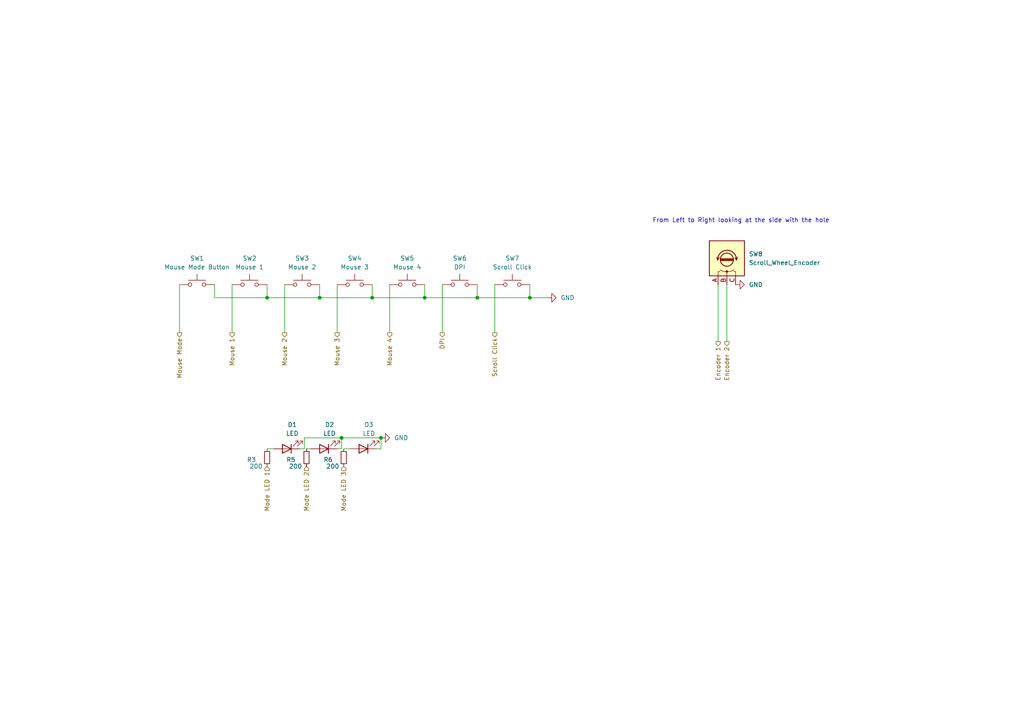
<source format=kicad_sch>
(kicad_sch (version 20211123) (generator eeschema)
  (paper "A4")
  (lib_symbols
    (symbol "Device:LED" (pin_numbers hide) (pin_names (offset 1.016) hide)
      (property "Reference" "D" (at 0 2.54 0))
      (property "Value" "LED" (at 0 -2.54 0))
      (symbol "LED_0_1"
        (polyline (pts (xy -1.27 -1.27) (xy -1.27 1.27)) (stroke (width 0.254)))
        (polyline (pts (xy -1.27 0) (xy 1.27 0)))
        (polyline (pts (xy 1.27 -1.27) (xy 1.27 1.27) (xy -1.27 0) (xy 1.27 -1.27)) (stroke (width 0.254)))
        (polyline (pts (xy -3.048 -0.762) (xy -4.572 -2.286) (xy -3.81 -2.286) (xy -4.572 -2.286) (xy -4.572 -1.524)))
        (polyline (pts (xy -1.778 -0.762) (xy -3.302 -2.286) (xy -2.54 -2.286) (xy -3.302 -2.286) (xy -3.302 -1.524)))
      )
      (symbol "LED_1_1"
        (pin passive line (at -3.81 0 0) (length 2.54) (name "K") (number "1"))
        (pin passive line (at 3.81 0 180) (length 2.54) (name "A") (number "2"))
      )
    )
    (symbol "Device:R_Small" (pin_numbers hide) (pin_names (offset 0.254) hide)
      (property "Reference" "R" (at 0.762 0.508 0))
      (property "Value" "R_Small" (at 0.762 -1.016 0))
      (symbol "R_Small_0_1"
        (rectangle (start -0.762 1.778) (end 0.762 -1.778) (stroke (width 0.2032)))
      )
      (symbol "R_Small_1_1"
        (pin passive line (at 0 2.54 270) (length 0.762) (name "~") (number "1"))
        (pin passive line (at 0 -2.54 90) (length 0.762) (name "~") (number "2"))
      )
    )
    (symbol "Device:Scroll_Wheel_Encoder" (pin_names (offset 0.254) hide)
      (property "Reference" "SW309" (at -3.81 6.35 90))
      (property "Value" "Scroll_Wheel_Encoder" (at 1.2699 6.35 90))
      (symbol "Scroll_Wheel_Encoder_0_1"
        (rectangle (start -5.08 5.08) (end 5.08 -5.08) (stroke (width 0.254)) (fill (type background)))
        (circle (center -3.81 0) (radius 0.254) (fill (type outline)))
        (arc (start -0.381 -2.794) (mid 2.3622 -0.0635) (end -0.381 2.667) (stroke (width 0.254)))
        (circle (center -0.381 0) (radius 1.905) (stroke (width 0.254)))
        (polyline (pts (xy -0.635 -1.778) (xy -0.635 1.778)) (stroke (width 0.254)))
        (polyline (pts (xy -0.381 -1.778) (xy -0.381 1.778)) (stroke (width 0.254)))
        (polyline (pts (xy -0.127 1.778) (xy -0.127 -1.778)) (stroke (width 0.254)))
        (polyline (pts (xy -5.08 -2.54) (xy -3.81 -2.54) (xy -3.81 -2.032)))
        (polyline (pts (xy -5.08 2.54) (xy -3.81 2.54) (xy -3.81 2.032)))
        (polyline (pts (xy 0.254 -3.048) (xy -0.508 -2.794) (xy 0.127 -2.413)) (stroke (width 0.254)))
        (polyline (pts (xy 0.254 2.921) (xy -0.508 2.667) (xy 0.127 2.286)) (stroke (width 0.254)))
        (polyline (pts (xy -5.08 0) (xy -3.81 0) (xy -3.81 -1.016) (xy -3.302 -2.032)))
        (polyline (pts (xy -4.318 0) (xy -3.81 0) (xy -3.81 1.016) (xy -3.302 2.032)))
      )
      (symbol "Scroll_Wheel_Encoder_1_1"
        (pin output line (at -7.62 2.54 0) (length 2.54) (name "A") (number "A"))
        (pin output line (at -7.62 0 0) (length 2.54) (name "B") (number "B"))
        (pin power_in line (at -7.62 -2.54 0) (length 2.54) (name "COM") (number "C"))
      )
    )
    (symbol "Switch:SW_Push" (pin_numbers hide) (pin_names (offset 1.016) hide)
      (property "Reference" "SW" (at 1.27 2.54 0))
      (property "Value" "SW_Push" (at 0 -1.524 0))
      (symbol "SW_Push_0_1"
        (circle (center -2.032 0) (radius 0.508))
        (polyline (pts (xy 0 1.27) (xy 0 3.048)))
        (polyline (pts (xy 2.54 1.27) (xy -2.54 1.27)))
        (circle (center 2.032 0) (radius 0.508))
        (pin passive line (at -5.08 0 0) (length 2.54) (name "1") (number "1"))
        (pin passive line (at 5.08 0 180) (length 2.54) (name "2") (number "2"))
      )
    )
    (symbol "power:GND" (power) (pin_names (offset 0))
      (property "Value" "GND" (at 0 -3.81 0))
      (symbol "GND_0_1"
        (polyline (pts (xy 0 0) (xy 0 -1.27) (xy 1.27 -1.27) (xy 0 -2.54) (xy -1.27 -1.27) (xy 0 -1.27)))
      )
      (symbol "GND_1_1"
        (pin power_in line (at 0 0 270) (length 0) hide (name "GND") (number "1"))
      )
    )
  )
  (junction (at 110.49 127))
  (junction (at 92.71 86.36))
  (junction (at 107.95 86.36))
  (junction (at 153.67 86.36))
  (junction (at 99.06 127))
  (junction (at 77.47 86.36))
  (junction (at 123.19 86.36))
  (junction (at 138.43 86.36))
  (wire (pts (xy 138.43 86.36) (xy 138.43 82.55)))
  (wire (pts (xy 128.27 82.55) (xy 128.27 96.52)))
  (wire (pts (xy 99.06 127) (xy 99.06 130.175)))
  (wire (pts (xy 210.82 82.55) (xy 210.82 99.06)))
  (wire (pts (xy 77.47 130.175) (xy 79.375 130.175)))
  (wire (pts (xy 92.71 86.36) (xy 92.71 82.55)))
  (wire (pts (xy 82.55 82.55) (xy 82.55 96.52)))
  (wire (pts (xy 62.23 86.36) (xy 77.47 86.36)))
  (wire (pts (xy 88.265 130.175) (xy 88.265 127)))
  (wire (pts (xy 143.51 82.55) (xy 143.51 96.52)))
  (wire (pts (xy 62.23 82.55) (xy 62.23 86.36)))
  (wire (pts (xy 153.67 86.36) (xy 158.75 86.36)))
  (wire (pts (xy 107.95 86.36) (xy 107.95 82.55)))
  (wire (pts (xy 88.265 130.175) (xy 86.995 130.175)))
  (wire (pts (xy 88.265 127) (xy 99.06 127)))
  (wire (pts (xy 110.49 127) (xy 110.49 130.175)))
  (wire (pts (xy 123.19 86.36) (xy 123.19 82.55)))
  (wire (pts (xy 110.49 130.175) (xy 109.22 130.175)))
  (wire (pts (xy 99.695 130.175) (xy 101.6 130.175)))
  (wire (pts (xy 107.95 86.36) (xy 123.19 86.36)))
  (wire (pts (xy 113.03 82.55) (xy 113.03 96.52)))
  (wire (pts (xy 208.28 82.55) (xy 208.28 99.06)))
  (wire (pts (xy 138.43 86.36) (xy 153.67 86.36)))
  (wire (pts (xy 77.47 82.55) (xy 77.47 86.36)))
  (wire (pts (xy 52.07 82.55) (xy 52.07 96.52)))
  (wire (pts (xy 153.67 86.36) (xy 153.67 82.55)))
  (wire (pts (xy 77.47 86.36) (xy 92.71 86.36)))
  (wire (pts (xy 92.71 86.36) (xy 107.95 86.36)))
  (wire (pts (xy 67.31 82.55) (xy 67.31 96.52)))
  (wire (pts (xy 88.9 130.175) (xy 90.17 130.175)))
  (wire (pts (xy 97.79 82.55) (xy 97.79 96.52)))
  (wire (pts (xy 123.19 86.36) (xy 138.43 86.36)))
  (wire (pts (xy 99.06 127) (xy 110.49 127)))
  (wire (pts (xy 99.06 130.175) (xy 97.79 130.175)))
  (text "From Left to Right looking at the side with the hole\n" (at 189.23 64.77 0) (effects (font (size 1.27 1.27)) (justify left bottom)))
  (hierarchical_label "Mode LED 1" (shape input) (at 77.47 135.255 270))
  (hierarchical_label "Encoder 1" (shape output) (at 208.28 99.06 270))
  (hierarchical_label "Mode LED 3" (shape input) (at 99.695 135.255 270))
  (hierarchical_label "Mouse Mode" (shape output) (at 52.07 96.52 270))
  (hierarchical_label "Encoder 2" (shape output) (at 210.82 99.06 270))
  (hierarchical_label "Mouse 2" (shape output) (at 82.55 96.52 270))
  (hierarchical_label "Mouse 4" (shape output) (at 113.03 96.52 270))
  (hierarchical_label "DPI" (shape output) (at 128.27 96.52 270))
  (hierarchical_label "Scroll Click" (shape output) (at 143.51 96.52 270))
  (hierarchical_label "Mode LED 2" (shape input) (at 88.9 135.255 270))
  (hierarchical_label "Mouse 3" (shape output) (at 97.79 96.52 270))
  (hierarchical_label "Mouse 1" (shape output) (at 67.31 96.52 270))
  (symbol (lib_id "power:GND") (at 110.49 127 90) (unit 1)
    (property "Reference" "#PWR020" (effects hide))
    (property "Value" "GND" (at 114.3 126.9999 90) (effects (justify right)))
  )
  (symbol (lib_id "Switch:SW_Push") (at 102.87 82.55 0) (unit 1)
    (property "Reference" "SW4" (at 102.87 74.93 0))
    (property "Value" "Mouse 3" (at 102.87 77.47 0))
    (property "Footprint" "Mouse Button:TL59AF100Q" (effects hide))
    (property "DIGIKEY" "Have" (effects hide))
  )
  (symbol (lib_id "Switch:SW_Push") (at 148.59 82.55 0) (unit 1)
    (property "Reference" "SW7" (at 148.59 74.93 0))
    (property "Value" "Scroll Click" (at 148.59 77.47 0))
    (property "Footprint" "Long Button:D2F-01L" (effects hide))
    (property "DIGIKEY" "Have" (effects hide))
  )
  (symbol (lib_id "Device:R_Small") (at 77.47 132.715 0) (mirror x) (unit 1)
    (property "Reference" "R3" (at 74.295 133.35 0) (effects (justify right)))
    (property "Value" "200" (at 76.2 135.255 0) (effects (justify right)))
    (property "Footprint" "Resistor_SMD:R_0603_1608Metric" (effects hide))
    (property "DIGIKEY" "RNCP0603FTD200R" (effects hide))
  )
  (symbol (lib_id "Switch:SW_Push") (at 57.15 82.55 0) (unit 1)
    (property "Reference" "SW1" (at 57.15 74.93 0))
    (property "Value" "Mouse Mode Button" (at 57.15 77.47 0))
    (property "Footprint" "Button_Switch_THT:SW_PUSH_6mm" (effects hide))
    (property "DIGIKEY" "Have" (effects hide))
  )
  (symbol (lib_id "Device:LED") (at 83.185 130.175 180) (unit 1)
    (property "Reference" "D1" (at 84.7725 123.19 0))
    (property "Value" "LED" (at 84.7725 125.73 0))
    (property "Footprint" "LED_SMD:LED_0603_1608Metric" (effects hide))
    (property "DIGIKEY" "LTST-C191KFKT" (effects hide))
  )
  (symbol (lib_id "Switch:SW_Push") (at 133.35 82.55 0) (unit 1)
    (property "Reference" "SW6" (at 133.35 74.93 0))
    (property "Value" "DPI" (at 133.35 77.47 0))
    (property "Footprint" "Mouse Button:TL59AF100Q" (effects hide))
    (property "DIGIKEY" "Have" (effects hide))
  )
  (symbol (lib_id "Device:LED") (at 105.41 130.175 180) (unit 1)
    (property "Reference" "D3" (at 106.9975 123.19 0))
    (property "Value" "LED" (at 106.9975 125.73 0))
    (property "Footprint" "LED_SMD:LED_0603_1608Metric" (effects hide))
    (property "DIGIKEY" "LTST-C191KGKT" (effects hide))
  )
  (symbol (lib_id "Device:Scroll_Wheel_Encoder") (at 210.82 74.93 90) (unit 1)
    (property "Reference" "SW8" (at 217.17 73.6599 90) (effects (justify right)))
    (property "Value" "Scroll_Wheel_Encoder" (at 217.17 76.1999 90) (effects (justify right)))
    (property "Footprint" "Mouse Encoder:Encoder" (effects hide))
    (property "DIGIKEY" "Have" (effects hide))
  )
  (symbol (lib_id "Device:LED") (at 93.98 130.175 180) (unit 1)
    (property "Reference" "D2" (at 95.5675 123.19 0))
    (property "Value" "LED" (at 95.5675 125.73 0))
    (property "Footprint" "LED_SMD:LED_0603_1608Metric" (effects hide))
    (property "DIGIKEY" "LTST-C191KRKT" (effects hide))
  )
  (symbol (lib_id "Switch:SW_Push") (at 72.39 82.55 0) (unit 1)
    (property "Reference" "SW2" (at 72.39 74.93 0))
    (property "Value" "Mouse 1" (at 72.39 77.47 0))
    (property "Footprint" "Mouse Button:TL59AF100Q" (effects hide))
    (property "DIGIKEY" "Have" (effects hide))
  )
  (symbol (lib_id "power:GND") (at 158.75 86.36 90) (unit 1)
    (property "Reference" "#PWR024" (effects hide))
    (property "Value" "GND" (at 162.56 86.3599 90) (effects (justify right)))
  )
  (symbol (lib_id "Device:R_Small") (at 99.695 132.715 0) (mirror x) (unit 1)
    (property "Reference" "R6" (at 96.52 133.35 0) (effects (justify right)))
    (property "Value" "200" (at 98.425 135.255 0) (effects (justify right)))
    (property "Footprint" "Resistor_SMD:R_0603_1608Metric" (effects hide))
    (property "DIGIKEY" "RNCP0603FTD200R" (effects hide))
  )
  (symbol (lib_id "Switch:SW_Push") (at 118.11 82.55 0) (unit 1)
    (property "Reference" "SW5" (at 118.11 74.93 0))
    (property "Value" "Mouse 4" (at 118.11 77.47 0))
    (property "Footprint" "Mouse Button:TL59AF100Q" (effects hide))
    (property "DIGIKEY" "Have" (effects hide))
  )
  (symbol (lib_id "Switch:SW_Push") (at 87.63 82.55 0) (unit 1)
    (property "Reference" "SW3" (at 87.63 74.93 0))
    (property "Value" "Mouse 2" (at 87.63 77.47 0))
    (property "Footprint" "Mouse Button:TL59AF100Q" (effects hide))
    (property "DIGIKEY" "Have" (effects hide))
  )
  (symbol (lib_id "power:GND") (at 213.36 82.55 90) (unit 1)
    (property "Reference" "#PWR026" (effects hide))
    (property "Value" "GND" (at 217.17 82.5499 90) (effects (justify right)))
  )
  (symbol (lib_id "Device:R_Small") (at 88.9 132.715 0) (mirror x) (unit 1)
    (property "Reference" "R5" (at 85.725 133.35 0) (effects (justify right)))
    (property "Value" "200" (at 87.63 135.255 0) (effects (justify right)))
    (property "Footprint" "Resistor_SMD:R_0603_1608Metric" (effects hide))
    (property "DIGIKEY" "RNCP0603FTD200R" (effects hide))
  )
)
</source>
